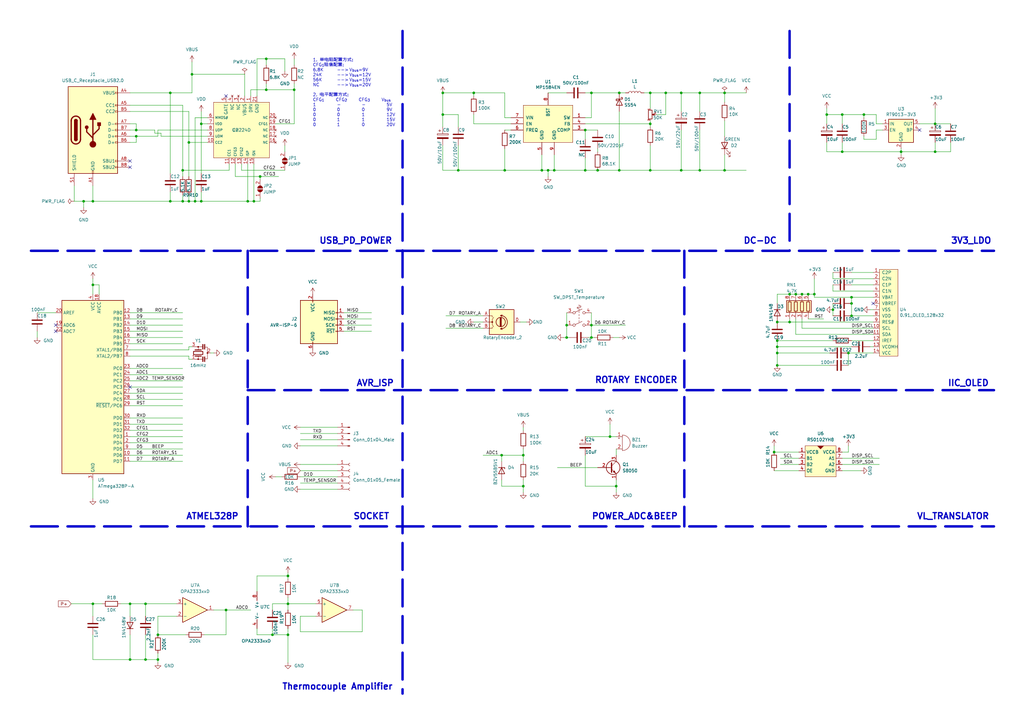
<source format=kicad_sch>
(kicad_sch (version 20211123) (generator eeschema)
  (paper "A3")
  (title_block (title "SoleringStation") (date "2022-07-11") (company "TurboStudio") (comment 1 "https://turbostudio.xyz") (comment 2 "made by cubeline"))
  (junction (at 323.85 120.65))
  (junction (at 334.01 120.65))
  (junction (at 273.05 38.1))
  (junction (at 242.57 138.43))
  (junction (at 345.44 46.99))
  (junction (at 326.39 120.65))
  (junction (at 287.02 38.1))
  (junction (at 369.57 62.23))
  (junction (at 222.25 69.85))
  (junction (at 38.1 82.55))
  (junction (at 254 38.1))
  (junction (at 53.34 247.65))
  (junction (at 297.18 38.1))
  (junction (at 349.25 129.54))
  (junction (at 34.29 82.55))
  (junction (at 240.03 69.85))
  (junction (at 64.77 260.35))
  (junction (at 53.34 270.51))
  (junction (at 354.33 46.99))
  (junction (at 109.22 24.13))
  (junction (at 74.93 69.85))
  (junction (at 118.11 236.22))
  (junction (at 55.88 53.34))
  (junction (at 77.47 58.42))
  (junction (at 318.77 132.08))
  (junction (at 80.01 82.55))
  (junction (at 318.77 139.7))
  (junction (at 331.47 120.65))
  (junction (at 279.4 38.1))
  (junction (at 227.33 69.85))
  (junction (at 181.61 38.1))
  (junction (at 194.31 38.1))
  (junction (at 266.7 38.1))
  (junction (at 224.79 69.85))
  (junction (at 252.73 199.39))
  (junction (at 242.57 133.35))
  (junction (at 69.85 82.55))
  (junction (at 214.63 199.39))
  (junction (at 297.18 69.85))
  (junction (at 77.47 82.55))
  (junction (at 181.61 46.99))
  (junction (at 82.55 50.8))
  (junction (at 232.41 133.35))
  (junction (at 214.63 186.69))
  (junction (at 118.11 260.35))
  (junction (at 74.93 82.55))
  (junction (at 109.22 36.83))
  (junction (at 318.77 144.78))
  (junction (at 250.19 179.07))
  (junction (at 55.88 55.88))
  (junction (at 232.41 138.43))
  (junction (at 242.57 38.1))
  (junction (at 318.77 142.24))
  (junction (at 106.68 72.39))
  (junction (at 111.76 260.35))
  (junction (at 59.69 247.65))
  (junction (at 287.02 69.85))
  (junction (at 118.11 247.65))
  (junction (at 349.25 121.92))
  (junction (at 69.85 38.1))
  (junction (at 38.1 116.84))
  (junction (at 92.71 250.19))
  (junction (at 240.03 53.34))
  (junction (at 78.74 30.48))
  (junction (at 120.65 36.83))
  (junction (at 383.54 50.8))
  (junction (at 328.93 120.65))
  (junction (at 339.09 46.99))
  (junction (at 64.77 270.51))
  (junction (at 279.4 69.85))
  (junction (at 38.1 247.65))
  (junction (at 104.14 82.55))
  (junction (at 205.74 186.69))
  (junction (at 345.44 62.23))
  (junction (at 383.54 62.23))
  (junction (at 323.85 132.08))
  (junction (at 187.96 69.85))
  (junction (at 82.55 82.55))
  (junction (at 266.7 69.85))
  (junction (at 318.77 149.86))
  (junction (at 59.69 270.51))
  (junction (at 341.63 127))
  (junction (at 101.6 82.55))
  (junction (at 349.25 124.46))
  (junction (at 317.5 185.42))
  (junction (at 347.98 144.78))
  (junction (at 245.11 69.85))
  (junction (at 266.7 50.8))
  (junction (at 207.01 69.85))
  (junction (at 254 69.85))
  (no_connect (at 358.14 124.46))
  (no_connect (at 53.34 158.75))
  (no_connect (at 377.19 53.34))
  (no_connect (at 53.34 66.04))
  (no_connect (at 53.34 68.58))
  (no_connect (at 22.86 133.35))
  (no_connect (at 22.86 135.89))
  (no_connect (at 92.71 39.37))
  (wire (pts (xy 297.18 38.1) (xy 306.07 38.1)))
  (wire (pts (xy 116.84 24.13) (xy 116.84 29.21)))
  (wire (pts (xy 181.61 38.1) (xy 194.31 38.1)))
  (wire (pts (xy 240.03 48.26) (xy 242.57 48.26)))
  (wire (pts (xy 123.19 252.73) (xy 129.54 252.73)))
  (wire (pts (xy 240.03 53.34) (xy 240.03 57.15)))
  (wire (pts (xy 86.36 144.78) (xy 87.63 144.78)))
  (wire (pts (xy 194.31 50.8) (xy 209.55 50.8)))
  (wire (pts (xy 354.33 46.99) (xy 359.41 46.99)))
  (wire (pts (xy 53.34 153.67) (xy 74.93 153.67)))
  (wire (pts (xy 109.22 36.83) (xy 120.65 36.83)))
  (wire (pts (xy 99.06 69.85) (xy 116.84 69.85)))
  (wire (pts (xy 53.34 163.83) (xy 74.93 163.83)))
  (wire (pts (xy 55.88 55.88) (xy 64.77 55.88)))
  (wire (pts (xy 242.57 38.1) (xy 254 38.1)))
  (wire (pts (xy 245.11 60.96) (xy 245.11 62.23)))
  (wire (pts (xy 109.22 24.13) (xy 116.84 24.13)))
  (wire (pts (xy 334.01 121.92) (xy 349.25 121.92)))
  (wire (pts (xy 233.68 138.43) (xy 232.41 138.43)))
  (wire (pts (xy 53.34 135.89) (xy 74.93 135.89)))
  (wire (pts (xy 53.34 58.42) (xy 55.88 58.42)))
  (wire (pts (xy 111.76 257.81) (xy 111.76 260.35)))
  (wire (pts (xy 328.93 120.65) (xy 331.47 120.65)))
  (wire (pts (xy 358.14 116.84) (xy 349.25 116.84)))
  (wire (pts (xy 205.74 186.69) (xy 214.63 186.69)))
  (wire (pts (xy 227.33 63.5) (xy 227.33 69.85)))
  (wire (pts (xy 377.19 50.8) (xy 383.54 50.8)))
  (wire (pts (xy 181.61 59.69) (xy 181.61 69.85)))
  (wire (pts (xy 63.5 54.61) (xy 66.04 54.61)))
  (wire (pts (xy 77.47 80.01) (xy 77.47 82.55)))
  (wire (pts (xy 345.44 190.5) (xy 360.68 190.5)))
  (wire (pts (xy 252.73 184.15) (xy 252.73 186.69)))
  (wire (pts (xy 53.34 166.37) (xy 74.93 166.37)))
  (wire (pts (xy 228.6 191.77) (xy 245.11 191.77)))
  (wire (pts (xy 38.1 196.85) (xy 38.1 204.47)))
  (polyline (pts (xy 323.85 12.7) (xy 323.85 102.87)) (stroke (width 1)))
  (wire (pts (xy 181.61 69.85) (xy 187.96 69.85)))
  (wire (pts (xy 194.31 38.1) (xy 207.01 38.1)))
  (wire (pts (xy 358.14 119.38) (xy 341.63 119.38)))
  (wire (pts (xy 345.44 62.23) (xy 369.57 62.23)))
  (wire (pts (xy 59.69 270.51) (xy 64.77 270.51)))
  (wire (pts (xy 55.88 55.88) (xy 55.88 58.42)))
  (wire (pts (xy 85.09 50.8) (xy 82.55 50.8)))
  (wire (pts (xy 29.21 247.65) (xy 38.1 247.65)))
  (wire (pts (xy 224.79 38.1) (xy 232.41 38.1)))
  (wire (pts (xy 92.71 250.19) (xy 102.87 250.19)))
  (wire (pts (xy 82.55 45.72) (xy 82.55 50.8)))
  (wire (pts (xy 341.63 129.54) (xy 341.63 127)))
  (wire (pts (xy 213.36 132.08) (xy 215.9 132.08)))
  (wire (pts (xy 53.34 184.15) (xy 74.93 184.15)))
  (wire (pts (xy 334.01 120.65) (xy 334.01 121.92)))
  (wire (pts (xy 339.09 58.42) (xy 339.09 62.23)))
  (wire (pts (xy 109.22 24.13) (xy 109.22 26.67)))
  (wire (pts (xy 187.96 59.69) (xy 187.96 69.85)))
  (wire (pts (xy 318.77 144.78) (xy 318.77 149.86)))
  (wire (pts (xy 323.85 132.08) (xy 358.14 132.08)))
  (wire (pts (xy 53.34 270.51) (xy 59.69 270.51)))
  (wire (pts (xy 104.14 67.31) (xy 104.14 82.55)))
  (wire (pts (xy 53.34 146.05) (xy 77.47 146.05)))
  (wire (pts (xy 105.41 257.81) (xy 105.41 260.35)))
  (wire (pts (xy 118.11 247.65) (xy 129.54 247.65)))
  (wire (pts (xy 297.18 41.91) (xy 297.18 38.1)))
  (wire (pts (xy 240.03 199.39) (xy 252.73 199.39)))
  (wire (pts (xy 369.57 60.96) (xy 369.57 62.23)))
  (polyline (pts (xy 280.67 102.87) (xy 280.67 215.9)) (stroke (width 1)))
  (wire (pts (xy 38.1 270.51) (xy 53.34 270.51)))
  (wire (pts (xy 207.01 38.1) (xy 207.01 48.26)))
  (wire (pts (xy 53.34 189.23) (xy 74.93 189.23)))
  (wire (pts (xy 207.01 69.85) (xy 222.25 69.85)))
  (wire (pts (xy 266.7 50.8) (xy 266.7 49.53)))
  (wire (pts (xy 111.76 247.65) (xy 118.11 247.65)))
  (polyline (pts (xy 101.6 102.87) (xy 101.6 215.9)) (stroke (width 1)))
  (wire (pts (xy 93.98 69.85) (xy 93.98 67.31)))
  (wire (pts (xy 317.5 185.42) (xy 327.66 185.42)))
  (wire (pts (xy 105.41 260.35) (xy 111.76 260.35)))
  (wire (pts (xy 266.7 59.69) (xy 266.7 69.85)))
  (wire (pts (xy 53.34 173.99) (xy 74.93 173.99)))
  (wire (pts (xy 123.19 200.66) (xy 138.43 200.66)))
  (wire (pts (xy 100.33 30.48) (xy 100.33 39.37)))
  (wire (pts (xy 102.87 36.83) (xy 109.22 36.83)))
  (wire (pts (xy 326.39 120.65) (xy 328.93 120.65)))
  (wire (pts (xy 341.63 119.38) (xy 341.63 116.84)))
  (wire (pts (xy 15.24 135.89) (xy 15.24 138.43)))
  (wire (pts (xy 242.57 138.43) (xy 241.3 138.43)))
  (wire (pts (xy 266.7 38.1) (xy 266.7 44.45)))
  (wire (pts (xy 77.47 142.24) (xy 78.74 142.24)))
  (wire (pts (xy 82.55 50.8) (xy 82.55 71.12)))
  (wire (pts (xy 63.5 53.34) (xy 63.5 54.61)))
  (wire (pts (xy 53.34 161.29) (xy 74.93 161.29)))
  (wire (pts (xy 243.84 138.43) (xy 242.57 138.43)))
  (wire (pts (xy 187.96 69.85) (xy 207.01 69.85)))
  (wire (pts (xy 345.44 193.04) (xy 353.06 193.04)))
  (wire (pts (xy 123.19 193.04) (xy 138.43 193.04)))
  (wire (pts (xy 358.14 139.7) (xy 349.25 139.7)))
  (wire (pts (xy 214.63 175.26) (xy 214.63 176.53)))
  (wire (pts (xy 339.09 62.23) (xy 345.44 62.23)))
  (wire (pts (xy 331.47 130.81) (xy 337.82 130.81)))
  (wire (pts (xy 358.14 121.92) (xy 349.25 121.92)))
  (wire (pts (xy 222.25 69.85) (xy 224.79 69.85)))
  (wire (pts (xy 66.04 55.88) (xy 85.09 55.88)))
  (wire (pts (xy 53.34 158.75) (xy 74.93 158.75)))
  (wire (pts (xy 341.63 139.7) (xy 318.77 139.7)))
  (wire (pts (xy 49.53 247.65) (xy 53.34 247.65)))
  (wire (pts (xy 214.63 184.15) (xy 214.63 186.69)))
  (wire (pts (xy 273.05 46.99) (xy 273.05 38.1)))
  (wire (pts (xy 264.16 38.1) (xy 266.7 38.1)))
  (wire (pts (xy 40.64 120.65) (xy 40.64 116.84)))
  (wire (pts (xy 359.41 46.99) (xy 359.41 50.8)))
  (wire (pts (xy 326.39 137.16) (xy 358.14 137.16)))
  (wire (pts (xy 116.84 59.69) (xy 116.84 62.23)))
  (wire (pts (xy 354.33 48.26) (xy 354.33 46.99)))
  (wire (pts (xy 53.34 140.97) (xy 74.93 140.97)))
  (wire (pts (xy 328.93 134.62) (xy 358.14 134.62)))
  (wire (pts (xy 232.41 128.27) (xy 232.41 133.35)))
  (wire (pts (xy 53.34 247.65) (xy 53.34 252.73)))
  (wire (pts (xy 55.88 55.88) (xy 53.34 55.88)))
  (wire (pts (xy 102.87 39.37) (xy 102.87 36.83)))
  (wire (pts (xy 187.96 52.07) (xy 187.96 46.99)))
  (wire (pts (xy 318.77 142.24) (xy 318.77 144.78)))
  (wire (pts (xy 358.14 111.76) (xy 349.25 111.76)))
  (wire (pts (xy 140.97 133.35) (xy 152.4 133.35)))
  (wire (pts (xy 53.34 186.69) (xy 74.93 186.69)))
  (wire (pts (xy 358.14 144.78) (xy 347.98 144.78)))
  (wire (pts (xy 53.34 130.81) (xy 74.93 130.81)))
  (wire (pts (xy 53.34 181.61) (xy 74.93 181.61)))
  (wire (pts (xy 85.09 48.26) (xy 80.01 48.26)))
  (wire (pts (xy 77.47 82.55) (xy 74.93 82.55)))
  (wire (pts (xy 144.78 250.19) (xy 148.59 250.19)))
  (wire (pts (xy 53.34 156.21) (xy 74.93 156.21)))
  (wire (pts (xy 279.4 38.1) (xy 287.02 38.1)))
  (wire (pts (xy 123.19 259.08) (xy 123.19 252.73)))
  (wire (pts (xy 53.34 138.43) (xy 74.93 138.43)))
  (wire (pts (xy 120.65 50.8) (xy 113.03 50.8)))
  (wire (pts (xy 279.4 53.34) (xy 279.4 69.85)))
  (wire (pts (xy 53.34 128.27) (xy 74.93 128.27)))
  (wire (pts (xy 224.79 72.39) (xy 224.79 69.85)))
  (wire (pts (xy 359.41 50.8) (xy 361.95 50.8)))
  (wire (pts (xy 182.88 129.54) (xy 198.12 129.54)))
  (wire (pts (xy 214.63 186.69) (xy 214.63 189.23)))
  (wire (pts (xy 76.2 260.35) (xy 64.77 260.35)))
  (wire (pts (xy 205.74 196.85) (xy 205.74 199.39)))
  (wire (pts (xy 74.93 82.55) (xy 69.85 82.55)))
  (wire (pts (xy 224.79 69.85) (xy 227.33 69.85)))
  (wire (pts (xy 240.03 179.07) (xy 250.19 179.07)))
  (wire (pts (xy 77.47 143.51) (xy 77.47 142.24)))
  (wire (pts (xy 297.18 63.5) (xy 297.18 69.85)))
  (wire (pts (xy 245.11 69.85) (xy 254 69.85)))
  (wire (pts (xy 74.93 69.85) (xy 74.93 72.39)))
  (wire (pts (xy 99.06 67.31) (xy 99.06 69.85)))
  (wire (pts (xy 64.77 260.35) (xy 64.77 252.73)))
  (wire (pts (xy 383.54 62.23) (xy 369.57 62.23)))
  (wire (pts (xy 15.24 128.27) (xy 22.86 128.27)))
  (wire (pts (xy 106.68 72.39) (xy 114.3 72.39)))
  (wire (pts (xy 64.77 270.51) (xy 64.77 271.78)))
  (wire (pts (xy 77.47 58.42) (xy 77.47 72.39)))
  (wire (pts (xy 30.48 82.55) (xy 34.29 82.55)))
  (wire (pts (xy 358.14 129.54) (xy 349.25 129.54)))
  (wire (pts (xy 318.77 132.08) (xy 323.85 132.08)))
  (wire (pts (xy 80.01 48.26) (xy 80.01 82.55)))
  (wire (pts (xy 250.19 173.99) (xy 250.19 179.07)))
  (wire (pts (xy 287.02 53.34) (xy 287.02 69.85)))
  (wire (pts (xy 194.31 46.99) (xy 194.31 50.8)))
  (wire (pts (xy 53.34 143.51) (xy 77.47 143.51)))
  (wire (pts (xy 383.54 58.42) (xy 383.54 62.23)))
  (wire (pts (xy 181.61 38.1) (xy 181.61 46.99)))
  (wire (pts (xy 279.4 69.85) (xy 287.02 69.85)))
  (wire (pts (xy 53.34 260.35) (xy 53.34 270.51)))
  (wire (pts (xy 38.1 82.55) (xy 38.1 76.2)))
  (wire (pts (xy 38.1 116.84) (xy 38.1 120.65)))
  (wire (pts (xy 358.14 114.3) (xy 341.63 114.3)))
  (wire (pts (xy 232.41 133.35) (xy 232.41 138.43)))
  (wire (pts (xy 320.04 187.96) (xy 327.66 187.96)))
  (wire (pts (xy 34.29 82.55) (xy 38.1 82.55)))
  (wire (pts (xy 318.77 120.65) (xy 318.77 124.46)))
  (wire (pts (xy 214.63 199.39) (xy 214.63 201.93)))
  (wire (pts (xy 101.6 82.55) (xy 104.14 82.55)))
  (wire (pts (xy 106.68 81.28) (xy 106.68 82.55)))
  (wire (pts (xy 361.95 53.34) (xy 359.41 53.34)))
  (polyline (pts (xy 12.7 102.87) (xy 407.67 102.87)) (stroke (width 1)))
  (wire (pts (xy 181.61 52.07) (xy 181.61 46.99)))
  (wire (pts (xy 341.63 114.3) (xy 341.63 111.76)))
  (wire (pts (xy 55.88 50.8) (xy 55.88 53.34)))
  (wire (pts (xy 254 138.43) (xy 251.46 138.43)))
  (wire (pts (xy 340.36 144.78) (xy 318.77 144.78)))
  (wire (pts (xy 69.85 78.74) (xy 69.85 82.55)))
  (wire (pts (xy 78.74 25.4) (xy 78.74 30.48)))
  (wire (pts (xy 317.5 193.04) (xy 327.66 193.04)))
  (wire (pts (xy 82.55 82.55) (xy 80.01 82.55)))
  (wire (pts (xy 53.34 53.34) (xy 55.88 53.34)))
  (wire (pts (xy 323.85 130.81) (xy 323.85 132.08)))
  (wire (pts (xy 389.89 62.23) (xy 389.89 58.42)))
  (wire (pts (xy 194.31 39.37) (xy 194.31 38.1)))
  (wire (pts (xy 38.1 114.3) (xy 38.1 116.84)))
  (wire (pts (xy 222.25 63.5) (xy 222.25 69.85)))
  (wire (pts (xy 53.34 43.18) (xy 74.93 43.18)))
  (wire (pts (xy 80.01 82.55) (xy 77.47 82.55)))
  (wire (pts (xy 242.57 133.35) (xy 256.54 133.35)))
  (wire (pts (xy 318.77 120.65) (xy 323.85 120.65)))
  (wire (pts (xy 74.93 69.85) (xy 93.98 69.85)))
  (wire (pts (xy 123.19 180.34) (xy 138.43 180.34)))
  (wire (pts (xy 252.73 199.39) (xy 252.73 196.85)))
  (wire (pts (xy 120.65 34.29) (xy 120.65 36.83)))
  (wire (pts (xy 340.36 149.86) (xy 318.77 149.86)))
  (wire (pts (xy 111.76 250.19) (xy 111.76 247.65)))
  (wire (pts (xy 59.69 247.65) (xy 59.69 252.73)))
  (wire (pts (xy 359.41 57.15) (xy 354.33 57.15)))
  (wire (pts (xy 254 38.1) (xy 256.54 38.1)))
  (wire (pts (xy 240.03 186.69) (xy 240.03 199.39)))
  (wire (pts (xy 339.09 46.99) (xy 345.44 46.99)))
  (wire (pts (xy 269.24 46.99) (xy 273.05 46.99)))
  (wire (pts (xy 207.01 48.26) (xy 209.55 48.26)))
  (wire (pts (xy 323.85 120.65) (xy 326.39 120.65)))
  (wire (pts (xy 349.25 124.46) (xy 349.25 121.92)))
  (wire (pts (xy 78.74 38.1) (xy 78.74 30.48)))
  (polyline (pts (xy 165.1 12.7) (xy 165.1 284.48)) (stroke (width 1)))
  (wire (pts (xy 77.47 146.05) (xy 77.47 147.32)))
  (wire (pts (xy 339.09 44.45) (xy 339.09 46.99)))
  (wire (pts (xy 345.44 187.96) (xy 360.68 187.96)))
  (wire (pts (xy 87.63 250.19) (xy 92.71 250.19)))
  (wire (pts (xy 369.57 62.23) (xy 369.57 63.5)))
  (wire (pts (xy 38.1 260.35) (xy 38.1 270.51)))
  (wire (pts (xy 383.54 50.8) (xy 389.89 50.8)))
  (wire (pts (xy 111.76 260.35) (xy 118.11 260.35)))
  (wire (pts (xy 326.39 130.81) (xy 326.39 137.16)))
  (wire (pts (xy 53.34 133.35) (xy 74.93 133.35)))
  (wire (pts (xy 69.85 82.55) (xy 38.1 82.55)))
  (wire (pts (xy 64.77 55.88) (xy 64.77 53.34)))
  (wire (pts (xy 53.34 151.13) (xy 74.93 151.13)))
  (wire (pts (xy 30.48 76.2) (xy 30.48 82.55)))
  (wire (pts (xy 345.44 50.8) (xy 345.44 46.99)))
  (wire (pts (xy 78.74 30.48) (xy 100.33 30.48)))
  (wire (pts (xy 317.5 182.88) (xy 317.5 185.42)))
  (wire (pts (xy 64.77 267.97) (xy 64.77 270.51)))
  (wire (pts (xy 74.93 80.01) (xy 74.93 82.55)))
  (wire (pts (xy 53.34 179.07) (xy 74.93 179.07)))
  (wire (pts (xy 118.11 260.35) (xy 118.11 257.81)))
  (wire (pts (xy 53.34 171.45) (xy 74.93 171.45)))
  (wire (pts (xy 207.01 60.96) (xy 207.01 69.85)))
  (wire (pts (xy 383.54 50.8) (xy 383.54 44.45)))
  (wire (pts (xy 254 69.85) (xy 266.7 69.85)))
  (wire (pts (xy 287.02 38.1) (xy 287.02 45.72)))
  (wire (pts (xy 358.14 142.24) (xy 356.87 142.24)))
  (wire (pts (xy 92.71 260.35) (xy 92.71 250.19)))
  (wire (pts (xy 214.63 199.39) (xy 214.63 196.85)))
  (wire (pts (xy 64.77 53.34) (xy 85.09 53.34)))
  (wire (pts (xy 240.03 64.77) (xy 240.03 69.85)))
  (wire (pts (xy 250.19 179.07) (xy 252.73 179.07)))
  (wire (pts (xy 254 45.72) (xy 254 69.85)))
  (wire (pts (xy 182.88 134.62) (xy 198.12 134.62)))
  (polyline (pts (xy 101.6 160.02) (xy 407.67 160.02)) (stroke (width 1)))
  (wire (pts (xy 120.65 24.13) (xy 120.65 26.67)))
  (wire (pts (xy 242.57 48.26) (xy 242.57 38.1)))
  (wire (pts (xy 341.63 127) (xy 341.63 124.46)))
  (wire (pts (xy 113.03 195.58) (xy 115.57 195.58)))
  (wire (pts (xy 207.01 53.34) (xy 209.55 53.34)))
  (wire (pts (xy 240.03 50.8) (xy 266.7 50.8)))
  (polyline (pts (xy 12.7 215.9) (xy 407.67 215.9)) (stroke (width 1)))
  (wire (pts (xy 53.34 38.1) (xy 69.85 38.1)))
  (wire (pts (xy 118.11 236.22) (xy 118.11 237.49)))
  (wire (pts (xy 240.03 38.1) (xy 242.57 38.1)))
  (wire (pts (xy 59.69 247.65) (xy 72.39 247.65)))
  (wire (pts (xy 240.03 53.34) (xy 245.11 53.34)))
  (wire (pts (xy 38.1 247.65) (xy 41.91 247.65)))
  (wire (pts (xy 38.1 247.65) (xy 38.1 252.73)))
  (wire (pts (xy 118.11 245.11) (xy 118.11 247.65)))
  (wire (pts (xy 123.19 190.5) (xy 138.43 190.5)))
  (wire (pts (xy 123.19 175.26) (xy 138.43 175.26)))
  (wire (pts (xy 181.61 46.99) (xy 187.96 46.99)))
  (wire (pts (xy 345.44 58.42) (xy 345.44 62.23)))
  (wire (pts (xy 105.41 24.13) (xy 109.22 24.13)))
  (wire (pts (xy 331.47 120.65) (xy 334.01 120.65)))
  (wire (pts (xy 242.57 128.27) (xy 242.57 133.35)))
  (wire (pts (xy 339.09 50.8) (xy 339.09 46.99)))
  (wire (pts (xy 148.59 259.08) (xy 123.19 259.08)))
  (wire (pts (xy 82.55 78.74) (xy 82.55 82.55)))
  (wire (pts (xy 109.22 34.29) (xy 109.22 36.83)))
  (wire (pts (xy 347.98 149.86) (xy 347.98 144.78)))
  (wire (pts (xy 205.74 189.23) (xy 205.74 186.69)))
  (wire (pts (xy 123.19 195.58) (xy 138.43 195.58)))
  (wire (pts (xy 123.19 182.88) (xy 138.43 182.88)))
  (wire (pts (xy 140.97 128.27) (xy 152.4 128.27)))
  (wire (pts (xy 105.41 39.37) (xy 105.41 24.13)))
  (wire (pts (xy 328.93 130.81) (xy 328.93 134.62)))
  (wire (pts (xy 287.02 38.1) (xy 297.18 38.1)))
  (wire (pts (xy 53.34 247.65) (xy 59.69 247.65)))
  (wire (pts (xy 297.18 69.85) (xy 306.07 69.85)))
  (wire (pts (xy 101.6 67.31) (xy 101.6 82.55)))
  (wire (pts (xy 34.29 82.55) (xy 34.29 85.09)))
  (wire (pts (xy 227.33 69.85) (xy 240.03 69.85)))
  (wire (pts (xy 349.25 129.54) (xy 349.25 124.46)))
  (wire (pts (xy 358.14 127) (xy 356.87 127)))
  (wire (pts (xy 55.88 53.34) (xy 63.5 53.34)))
  (wire (pts (xy 53.34 176.53) (xy 74.93 176.53)))
  (wire (pts (xy 106.68 82.55) (xy 104.14 82.55)))
  (wire (pts (xy 105.41 242.57) (xy 105.41 236.22)))
  (wire (pts (xy 240.03 69.85) (xy 245.11 69.85)))
  (wire (pts (xy 273.05 38.1) (xy 279.4 38.1)))
  (wire (pts (xy 77.47 147.32) (xy 78.74 147.32)))
  (wire (pts (xy 359.41 53.34) (xy 359.41 57.15)))
  (wire (pts (xy 266.7 38.1) (xy 273.05 38.1)))
  (wire (pts (xy 318.77 139.7) (xy 318.77 142.24)))
  (wire (pts (xy 297.18 49.53) (xy 297.18 55.88)))
  (wire (pts (xy 105.41 236.22) (xy 118.11 236.22)))
  (wire (pts (xy 334.01 120.65) (xy 334.01 114.3)))
  (wire (pts (xy 347.98 185.42) (xy 347.98 182.88)))
  (wire (pts (xy 140.97 130.81) (xy 152.4 130.81)))
  (wire (pts (xy 140.97 135.89) (xy 152.4 135.89)))
  (wire (pts (xy 96.52 67.31) (xy 96.52 72.39)))
  (wire (pts (xy 83.82 260.35) (xy 92.71 260.35)))
  (wire (pts (xy 320.04 190.5) (xy 327.66 190.5)))
  (wire (pts (xy 354.33 57.15) (xy 354.33 55.88)))
  (wire (pts (xy 59.69 260.35) (xy 59.69 270.51)))
  (wire (pts (xy 252.73 201.93) (xy 252.73 199.39)))
  (wire (pts (xy 118.11 247.65) (xy 118.11 250.19)))
  (wire (pts (xy 279.4 38.1) (xy 279.4 45.72)))
  (wire (pts (xy 53.34 45.72) (xy 77.47 45.72)))
  (wire (pts (xy 66.04 54.61) (xy 66.04 55.88)))
  (wire (pts (xy 383.54 62.23) (xy 389.89 62.23)))
  (wire (pts (xy 232.41 138.43) (xy 231.14 138.43)))
  (wire (pts (xy 242.57 133.35) (xy 242.57 138.43)))
  (wire (pts (xy 69.85 38.1) (xy 69.85 71.12)))
  (wire (pts (xy 349.25 142.24) (xy 318.77 142.24)))
  (wire (pts (xy 96.52 72.39) (xy 106.68 72.39)))
  (wire (pts (xy 77.47 58.42) (xy 85.09 58.42)))
  (wire (pts (xy 106.68 72.39) (xy 106.68 73.66)))
  (wire (pts (xy 123.19 177.8) (xy 138.43 177.8)))
  (wire (pts (xy 194.31 132.08) (xy 198.12 132.08)))
  (wire (pts (xy 345.44 185.42) (xy 347.98 185.42)))
  (wire (pts (xy 205.74 199.39) (xy 214.63 199.39)))
  (wire (pts (xy 64.77 252.73) (xy 72.39 252.73)))
  (wire (pts (xy 74.93 43.18) (xy 74.93 69.85)))
  (wire (pts (xy 120.65 36.83) (xy 120.65 50.8)))
  (wire (pts (xy 123.19 198.12) (xy 138.43 198.12)))
  (wire (pts (xy 148.59 250.19) (xy 148.59 259.08)))
  (wire (pts (xy 287.02 69.85) (xy 297.18 69.85)))
  (wire (pts (xy 266.7 69.85) (xy 279.4 69.85)))
  (wire (pts (xy 266.7 52.07) (xy 266.7 50.8)))
  (wire (pts (xy 101.6 82.55) (xy 82.55 82.55)))
  (wire (pts (xy 345.44 46.99) (xy 354.33 46.99)))
  (wire (pts (xy 40.64 116.84) (xy 38.1 116.84)))
  (wire (pts (xy 69.85 38.1) (xy 78.74 38.1)))
  (wire (pts (xy 118.11 234.95) (xy 118.11 236.22)))
  (wire (pts (xy 77.47 45.72) (xy 77.47 58.42)))
  (wire (pts (xy 118.11 271.78) (xy 118.11 260.35)))
  (wire (pts (xy 198.12 186.69) (xy 205.74 186.69)))
  (wire (pts (xy 53.34 50.8) (xy 55.88 50.8)))
  (text "1. 单电阻配置方式:\nCFG_{1}阻值配置:\n6.8K	-->	V_{bus}=9V\n24K		-->	V_{bus}=12V\n56K		-->	V_{bus}=15V\nNC		-->	V_{bus}=20V\n\n2. 电平配置方式:\nCFG_{1}	CFG_{2}	CFG_{3}	V_{bus}\n1		-		-		5V\n0		0		0		9V\n0		0		1		12V\n0		1		1		15V\n0		1		0		20V\n" (at 128.27 52.07 0) (effects (font (size 1.27 1.27)) (justify left bottom)))
  (text "USB_PD_POWER" (at 130.81 100.33 0) (effects (font (size 2.54 2.54) (thickness 0.508) bold) (justify left bottom)))
  (text "POWER_ADC&BEEP" (at 242.57 213.36 0) (effects (font (size 2.54 2.54) (thickness 0.508) bold) (justify left bottom)))
  (text "AVR_ISP" (at 146.05 158.75 0) (effects (font (size 2.54 2.54) (thickness 0.508) bold) (justify left bottom)))
  (text "ATMEL328P" (at 76.2 213.36 0) (effects (font (size 2.54 2.54) (thickness 0.508) bold) (justify left bottom)))
  (text "VL_TRANSLATOR" (at 375.92 213.36 0) (effects (font (size 2.54 2.54) (thickness 0.508) bold) (justify left bottom)))
  (text "Thermocouple Amplifier" (at 115.57 283.21 0) (effects (font (size 2.54 2.54) (thickness 0.508) bold) (justify left bottom)))
  (text "ROTARY ENCODER" (at 243.84 157.48 0) (effects (font (size 2.54 2.54) (thickness 0.508) bold) (justify left bottom)))
  (text "DC-DC" (at 304.8 100.33 0) (effects (font (size 2.54 2.54) (thickness 0.508) bold) (justify left bottom)))
  (text "IIC_OLED" (at 388.62 158.75 0) (effects (font (size 2.54 2.54) (thickness 0.508) bold) (justify left bottom)))
  (text "3V3_LDO" (at 389.89 100.33 0) (effects (font (size 2.54 2.54) (thickness 0.508) bold) (justify left bottom)))
  (text "SOCKET" (at 144.78 213.36 0) (effects (font (size 2.54 2.54) (thickness 0.508) bold) (justify left bottom)))
  (label "ADC1" (at 199.39 186.69 0))
  (label "SCK" (at 55.88 140.97 0))
  (label "D6" (at 243.84 133.35 0))
  (label "DISP_SCL" (at 349.25 187.96 0))
  (label "D7" (at 184.15 129.54 0))
  (label "D6" (at 55.88 186.69 0))
  (label "ADC2" (at 55.88 156.21 0))
  (label "CFG2" (at 107.95 69.85 0))
  (label "TEMP_SENSOR" (at 62.23 156.21 0))
  (label "RST" (at 55.88 166.37 0))
  (label "TXD" (at 55.88 173.99 0))
  (label "RST" (at 142.24 135.89 0))
  (label "CFG3" (at 107.95 72.39 0))
  (label "MOSI" (at 55.88 135.89 0))
  (label "CFG1" (at 55.88 176.53 0))
  (label "ADC1" (at 55.88 153.67 0))
  (label "DISP_SCL" (at 349.25 134.62 0))
  (label "CFG3" (at 55.88 181.61 0))
  (label "SDA" (at 321.31 190.5 0))
  (label "TXD" (at 128.27 177.8 0))
  (label "SDA" (at 55.88 161.29 0))
  (label "SCL" (at 321.31 187.96 0))
  (label "DISP_SDA" (at 349.25 190.5 0))
  (label "D8" (at 55.88 128.27 0))
  (label "CFG2" (at 55.88 179.07 0))
  (label "RXD" (at 55.88 171.45 0))
  (label "D10" (at 55.88 133.35 0))
  (label "ADC0" (at 96.729 250.19 0))
  (label "ROTARY_C" (at 63.5 128.27 0))
  (label "CFG1" (at 114.3 50.8 0))
  (label "ROTARY_C" (at 256.54 133.35 180))
  (label "BEEP" (at 233.68 191.77 0))
  (label "SCL" (at 55.88 163.83 0))
  (label "DISP_SDA" (at 349.25 137.16 0))
  (label "ROTARY_S1" (at 62.23 186.69 0))
  (label "MISO" (at 55.88 138.43 0))
  (label "ROTARY_A" (at 187.96 129.54 0))
  (label "MOSI" (at 142.24 130.81 0))
  (label "RXD" (at 128.27 180.34 0))
  (label "ROTARY_C" (at 187.96 134.62 0))
  (label "BEEP" (at 62.23 184.15 0))
  (label "D10" (at 124.46 195.58 0))
  (label "ROTARY_A" (at 62.23 189.23 0))
  (label "SCK" (at 142.24 133.35 0))
  (label "D9" (at 55.88 130.81 0))
  (label "D7" (at 55.88 189.23 0))
  (label "RST" (at 334.01 130.81 0))
  (label "D8" (at 184.15 134.62 0))
  (label "ADC0" (at 55.88 151.13 0))
  (label "TEMP_SENSOR" (at 124.46 198.12 0))
  (label "MISO" (at 142.24 128.27 0))
  (label "D5" (at 55.88 184.15 0))
  (global_label "P+" (shape input) (at 123.19 193.04 180) (property "Intersheet References" "${INTERSHEET_REFS}" (effects hide)))
  (global_label "P+" (shape input) (at 29.21 247.65 180) (property "Intersheet References" "${INTERSHEET_REFS}" (effects hide)))
  (symbol (lib_id "Device:R") (at 118.11 241.3 180) (unit 1)
    (property "Reference" "R17" (at 115.57 241.3 90))
    (property "Value" "10K" (at 120.65 241.3 90))
    (property "Footprint" "Resistor_SMD:R_0402_1005Metric" (effects hide))
  )
  (symbol (lib_id "Device:C") (at 318.77 135.89 180) (unit 1)
    (property "Reference" "C19" (at 321.31 138.43 0) (effects (justify left)))
    (property "Value" "4.7uF" (at 314.96 133.35 90) (effects (justify left)))
    (property "Footprint" "Capacitor_SMD:C_0603_1608Metric" (effects hide))
  )
  (symbol (lib_id "Device:R") (at 118.11 254 180) (unit 1)
    (property "Reference" "R19" (at 115.57 254 90))
    (property "Value" "10K" (at 120.65 254 90))
    (property "Footprint" "Resistor_SMD:R_0402_1005Metric" (effects hide))
  )
  (symbol (lib_id "Amplifier_Operational:OPA2333xxD") (at 137.16 250.19 0) (unit 2)
    (property "Reference" "U7" (at 137.16 240.03 0))
    (property "Value" "OPA2333xxD" (at 137.16 242.57 0))
    (property "Footprint" "Package_SO:SOIC-8_3.9x4.9mm_P1.27mm" (effects hide))
    (property "Datasheet" "http://www.ti.com/lit/ds/symlink/opa333.pdf" (effects hide))
  )
  (symbol (lib_id "power:GND") (at 123.19 200.66 270) (unit 1)
    (property "Reference" "#PWR035" (effects hide))
    (property "Value" "GND" (at 120.65 200.66 90) (effects (justify right)))
  )
  (symbol (lib_id "power:PWR_FLAG") (at 100.33 30.48 0) (unit 1)
    (property "Reference" "#FLG01" (effects hide))
    (property "Value" "PWR_FLAG" (at 100.33 25.4 0))
  )
  (symbol (lib_id "Device:R") (at 297.18 45.72 0) (unit 1)
    (property "Reference" "R4" (at 298.958 44.5516 0) (effects (justify left)))
    (property "Value" "10K" (at 298.958 46.863 0) (effects (justify left)))
    (property "Footprint" "Resistor_SMD:R_0402_1005Metric" (effects hide))
  )
  (symbol (lib_id "Device:C") (at 59.69 256.54 0) (unit 1)
    (property "Reference" "C27" (at 59.69 254 0) (effects (justify left)))
    (property "Value" "2.2nF" (at 60.96 262.89 90) (effects (justify left)))
    (property "Footprint" "Capacitor_SMD:C_0603_1608Metric" (effects hide))
  )
  (symbol (lib_id "Diode:BZV55B5V1") (at 205.74 193.04 270) (unit 1)
    (property "Reference" "D4" (at 208.28 191.7699 90) (effects (justify left)))
    (property "Value" "BZV55B5V1" (at 203.2 187.96 0) (effects (justify left)))
    (property "Footprint" "Diode_SMD:D_MiniMELF" (effects hide))
    (property "Datasheet" "https://assets.nexperia.com/documents/data-sheet/BZV55_SER.pdf" (effects hide))
  )
  (symbol (lib_id "Device:R") (at 80.01 260.35 90) (unit 1)
    (property "Reference" "R20" (at 80.01 257.81 90))
    (property "Value" "200k" (at 80.01 262.89 90))
    (property "Footprint" "Resistor_SMD:R_0402_1005Metric" (effects hide))
  )
  (symbol (lib_id "Device:C") (at 344.17 144.78 270) (unit 1)
    (property "Reference" "C22" (at 345.44 143.51 90) (effects (justify left)))
    (property "Value" "4.7uF" (at 337.82 143.51 90) (effects (justify left)))
    (property "Footprint" "Capacitor_SMD:C_0603_1608Metric" (effects hide))
  )
  (symbol (lib_id "power:VBUS") (at 78.74 25.4 0) (unit 1)
    (property "Reference" "#PWR02" (effects hide))
    (property "Value" "VBUS" (at 78.74 20.32 0))
  )
  (symbol (lib_id "power:GND") (at 38.1 204.47 0) (unit 1)
    (property "Reference" "#PWR038" (effects hide))
    (property "Value" "GND" (at 40.64 205.7399 0) (effects (justify left)))
  )
  (symbol (lib_id "Device:C") (at 345.44 54.61 0) (unit 1)
    (property "Reference" "C5" (at 345.44 52.07 0) (effects (justify left)))
    (property "Value" "100nF" (at 345.44 57.15 0) (effects (justify left)))
    (property "Footprint" "Capacitor_SMD:C_0603_1608Metric" (effects hide))
  )
  (symbol (lib_id "Device:R") (at 77.47 76.2 0) (unit 1)
    (property "Reference" "R10" (at 77.47 80.01 0) (effects (justify left)))
    (property "Value" "5.1K" (at 77.47 78.74 90) (effects (justify left)))
    (property "Footprint" "Resistor_SMD:R_0402_1005Metric" (effects hide))
  )
  (symbol (lib_id "My_Library:CH224D") (at 99.06 53.34 270) (unit 1)
    (property "Reference" "U2" (at 96.52 53.34 90))
    (property "Value" "CH224D" (at 99.06 53.34 90))
    (property "Footprint" "Package_DFN_QFN:QFN-20-1EP_3x3mm_P0.4mm_EP1.65x1.65mm_ThermalVias" (effects hide))
    (property "Datasheet" "https://www.wch.cn/products/CH224.html" (effects hide))
  )
  (symbol (lib_id "Device:R") (at 45.72 247.65 90) (unit 1)
    (property "Reference" "R18" (at 45.72 245.11 90))
    (property "Value" "10K" (at 45.72 250.19 90))
    (property "Footprint" "Resistor_SMD:R_0402_1005Metric" (effects hide))
  )
  (symbol (lib_id "Device:C") (at 287.02 49.53 0) (unit 1)
    (property "Reference" "C3" (at 287.02 46.99 0) (effects (justify left)))
    (property "Value" "50V/100nF" (at 285.75 62.23 90) (effects (justify left)))
    (property "Footprint" "Capacitor_SMD:C_0603_1608Metric" (effects hide))
  )
  (symbol (lib_id "power:VCC") (at 118.11 234.95 0) (unit 1)
    (property "Reference" "#PWR039" (effects hide))
    (property "Value" "VCC" (at 118.11 229.87 0))
  )
  (symbol (lib_id "My_Library:MP1584EN") (at 224.79 50.8 0) (unit 1)
    (property "Reference" "U1" (at 224.79 33.5026 0))
    (property "Value" "MP1584EN" (at 224.79 35.814 0))
    (property "Footprint" "Package_SO:SOIC-8-1EP_3.9x4.9mm_P1.27mm_EP2.29x3mm_ThermalVias" (effects hide))
  )
  (symbol (lib_id "power:GND") (at 356.87 127 270) (unit 1)
    (property "Reference" "#PWR017" (effects hide))
    (property "Value" "GND" (at 354.33 127 90) (effects (justify right)))
  )
  (symbol (lib_id "Art_Pi_Sensor-rescue:0.91_OLED_128x48") (at 360.68 124.46 0) (unit 1)
    (property "Reference" "U4" (at 369.0112 126.9746 0) (effects (justify left)))
    (property "Value" "0.91_OLED_128x32" (at 369.0112 129.286 0) (effects (justify left)))
    (property "Footprint" "My_Library:OLED_128x32" (effects hide))
  )
  (symbol (lib_id "Device:C") (at 236.22 38.1 270) (unit 1)
    (property "Reference" "C1" (at 236.22 31.6992 90))
    (property "Value" "50V/100nF" (at 236.22 34.0106 90))
    (property "Footprint" "Capacitor_SMD:C_0603_1608Metric" (effects hide))
  )
  (symbol (lib_id "Device:R") (at 245.11 66.04 0) (unit 1)
    (property "Reference" "R8" (at 246.888 64.8716 0) (effects (justify left)))
    (property "Value" "68.1K" (at 246.888 67.183 0) (effects (justify left)))
    (property "Footprint" "Resistor_SMD:R_0402_1005Metric" (effects hide))
  )
  (symbol (lib_id "power:VCC") (at 317.5 182.88 0) (unit 1)
    (property "Reference" "#PWR030" (effects hide))
    (property "Value" "VCC" (at 317.5 177.8 0))
  )
  (symbol (lib_id "power:GND") (at 116.84 29.21 0) (unit 1)
    (property "Reference" "#PWR03" (effects hide))
    (property "Value" "GND" (at 116.84 34.29 0))
  )
  (symbol (lib_id "power:PWR_FLAG") (at 30.48 82.55 90) (unit 1)
    (property "Reference" "#FLG03" (effects hide))
    (property "Value" "PWR_FLAG" (at 26.67 82.5499 90) (effects (justify left)))
  )
  (symbol (lib_id "Amplifier_Operational:OPA2333xxD") (at 80.01 250.19 0) (unit 1)
    (property "Reference" "U7" (at 80.01 240.03 0))
    (property "Value" "OPA2333xxD" (at 80.01 242.57 0))
    (property "Footprint" "Package_SO:SOIC-8_3.9x4.9mm_P1.27mm" (effects hide))
    (property "Datasheet" "http://www.ti.com/lit/ds/symlink/opa333.pdf" (effects hide))
  )
  (symbol (lib_id "Device:R") (at 214.63 193.04 0) (unit 1)
    (property "Reference" "R15" (at 217.17 191.7699 0) (effects (justify left)))
    (property "Value" "20K" (at 217.17 194.3099 0) (effects (justify left)))
    (property "Footprint" "Resistor_SMD:R_0402_1005Metric" (effects hide))
  )
  (symbol (lib_id "Device:C") (at 111.76 254 0) (unit 1)
    (property "Reference" "C25" (at 111.76 251.46 0) (effects (justify left)))
    (property "Value" "100nF" (at 113.03 260.35 90) (effects (justify left)))
    (property "Footprint" "Capacitor_SMD:C_0603_1608Metric" (effects hide))
  )
  (symbol (lib_id "Device:C") (at 240.03 60.96 0) (mirror y) (unit 1)
    (property "Reference" "C11" (at 240.03 58.42 0) (effects (justify left)))
    (property "Value" "NC" (at 240.03 63.5 0) (effects (justify left)))
    (property "Footprint" "Capacitor_SMD:C_0402_1005Metric" (effects hide))
  )
  (symbol (lib_id "power:GND") (at 215.9 132.08 90) (unit 1)
    (property "Reference" "#PWR019" (effects hide))
    (property "Value" "GND" (at 218.44 132.08 90) (effects (justify right)))
  )
  (symbol (lib_id "Device:R") (at 109.22 30.48 0) (unit 1)
    (property "Reference" "R1" (at 110.49 29.21 0) (effects (justify left)))
    (property "Value" "6.8K" (at 110.49 31.75 0) (effects (justify left)))
    (property "Footprint" "Resistor_SMD:R_0402_1005Metric" (effects hide))
  )
  (symbol (lib_id "Device:C") (at 345.44 116.84 270) (unit 1)
    (property "Reference" "C15" (at 341.63 115.57 90) (effects (justify left)))
    (property "Value" "1uF" (at 346.71 115.57 90) (effects (justify left)))
    (property "Footprint" "Capacitor_SMD:C_0603_1608Metric" (effects hide))
  )
  (symbol (lib_id "power:VDD") (at 116.84 59.69 0) (unit 1)
    (property "Reference" "#PWR09" (effects hide))
    (property "Value" "VDD" (at 116.84 54.61 0))
  )
  (symbol (lib_id "power:GND") (at 87.63 144.78 90) (unit 1)
    (property "Reference" "#PWR024" (effects hide))
    (property "Value" "GND" (at 91.44 144.7799 90) (effects (justify right)))
  )
  (symbol (lib_id "Amplifier_Operational:OPA2333xxD") (at 107.95 250.19 0) (unit 3)
    (property "Reference" "U7" (at 106.68 248.9199 0) (effects (justify left)))
    (property "Value" "OPA2333xxD" (at 99.06 262.89 0) (effects (justify left)))
    (property "Footprint" "Package_SO:SOIC-8_3.9x4.9mm_P1.27mm" (effects hide))
    (property "Datasheet" "http://www.ti.com/lit/ds/symlink/opa333.pdf" (effects hide))
  )
  (symbol (lib_id "Device:CP") (at 181.61 55.88 0) (unit 1)
    (property "Reference" "C8" (at 181.61 53.34 0) (effects (justify left)))
    (property "Value" "50V/10uF" (at 180.34 67.31 90) (effects (justify left)))
    (property "Footprint" "Capacitor_SMD:CP_Elec_5x5.7" (effects hide))
  )
  (symbol (lib_id "Jumper:SolderJumper_2_Open") (at 106.68 77.47 90) (unit 1)
    (property "Reference" "JP2" (at 107.95 76.2 90) (effects (justify right)))
    (property "Value" "JUMP" (at 107.95 78.74 90) (effects (justify right)))
    (property "Footprint" "Jumper:SolderJumper-2_P1.3mm_Open_TrianglePad1.0x1.5mm" (effects hide))
  )
  (symbol (lib_id "Device:C") (at 69.85 74.93 0) (unit 1)
    (property "Reference" "C12" (at 69.85 72.39 0) (effects (justify left)))
    (property "Value" "1uF" (at 69.85 77.47 0) (effects (justify left)))
    (property "Footprint" "Capacitor_SMD:C_0603_1608Metric" (effects hide))
  )
  (symbol (lib_id "Device:R") (at 74.93 76.2 0) (unit 1)
    (property "Reference" "R9" (at 74.93 80.01 0) (effects (justify left)))
    (property "Value" "5.1K" (at 74.93 78.74 90) (effects (justify left)))
    (property "Footprint" "Resistor_SMD:R_0402_1005Metric" (effects hide))
  )
  (symbol (lib_id "Device:C") (at 38.1 256.54 0) (unit 1)
    (property "Reference" "C26" (at 39.37 254 0) (effects (justify left)))
    (property "Value" "1uF" (at 39.37 261.62 90) (effects (justify left)))
    (property "Footprint" "Capacitor_SMD:C_0603_1608Metric" (effects hide))
  )
  (symbol (lib_id "power:VCC") (at 250.19 173.99 0) (unit 1)
    (property "Reference" "#PWR026" (effects hide))
    (property "Value" "VCC" (at 250.19 168.91 0))
  )
  (symbol (lib_id "power:VCC") (at 38.1 114.3 0) (unit 1)
    (property "Reference" "#PWR013" (effects hide))
    (property "Value" "VCC" (at 38.1 109.22 0))
  )
  (symbol (lib_id "power:GND") (at 194.31 132.08 270) (unit 1)
    (property "Reference" "#PWR018" (effects hide))
    (property "Value" "GND" (at 186.69 132.08 90) (effects (justify left)))
  )
  (symbol (lib_id "My_Library:RS0102YH8") (at 336.55 189.23 0) (unit 1)
    (property "Reference" "U6" (at 336.55 177.8 0))
    (property "Value" "RS0102YH8" (at 336.55 180.34 0))
    (property "Footprint" "Package_SO:VSSOP-8_2.3x2mm_P0.5mm" (effects hide))
    (property "Datasheet" "https://atta.szlcsc.com/upload/public/pdf/source/20200914/C783414_6557205211B20B027C7967DA27FC02D7.pdf" (effects hide))
  )
  (symbol (lib_id "Device:CP") (at 383.54 54.61 0) (unit 1)
    (property "Reference" "C6" (at 383.54 52.07 0) (effects (justify left)))
    (property "Value" "10uF" (at 383.54 57.15 0) (effects (justify left)))
    (property "Footprint" "Capacitor_SMD:C_1206_3216Metric" (effects hide))
  )
  (symbol (lib_id "power:GND") (at 214.63 201.93 0) (unit 1)
    (property "Reference" "#PWR036" (effects hide))
    (property "Value" "GND" (at 217.17 203.1999 0) (effects (justify left)))
  )
  (symbol (lib_id "Device:CP") (at 339.09 54.61 0) (unit 1)
    (property "Reference" "C4" (at 339.09 52.07 0) (effects (justify left)))
    (property "Value" "10uF" (at 339.09 57.15 0) (effects (justify left)))
    (property "Footprint" "Capacitor_SMD:C_1206_3216Metric" (effects hide))
  )
  (symbol (lib_id "power:GND") (at 128.27 143.51 0) (unit 1)
    (property "Reference" "#PWR023" (effects hide))
    (property "Value" "GND" (at 130.81 144.7799 0) (effects (justify left)))
  )
  (symbol (lib_id "Device:D") (at 318.77 128.27 270) (unit 1)
    (property "Reference" "D3" (at 318.77 125.73 90) (effects (justify left)))
    (property "Value" "1N4148" (at 316.23 124.46 0) (effects (justify left)))
    (property "Footprint" "Diode_SMD:D_SOD-123" (effects hide))
  )
  (symbol (lib_id "Device:C") (at 345.44 129.54 270) (unit 1)
    (property "Reference" "C17" (at 341.63 130.81 90) (effects (justify left)))
    (property "Value" "100nF" (at 346.71 130.81 90) (effects (justify left)))
    (property "Footprint" "Capacitor_SMD:C_0603_1608Metric" (effects hide))
  )
  (symbol (lib_id "Device:R_Pack04") (at 328.93 125.73 0) (unit 1)
    (property "Reference" "RN1" (at 322.58 116.84 0) (effects (justify left)))
    (property "Value" "4.7K" (at 322.58 119.38 0) (effects (justify left)))
    (property "Footprint" "Resistor_SMD:R_Array_Concave_4x0402" (effects hide))
  )
  (symbol (lib_id "power:GND") (at 369.57 63.5 0) (unit 1)
    (property "Reference" "#PWR010" (effects hide))
    (property "Value" "GND" (at 369.697 67.8942 0))
  )
  (symbol (lib_id "Device:C") (at 15.24 132.08 0) (unit 1)
    (property "Reference" "C18" (at 15.24 129.54 0) (effects (justify left)))
    (property "Value" "100nF" (at 12.7 127 0) (effects (justify left)))
    (property "Footprint" "Capacitor_SMD:C_0603_1608Metric" (effects hide))
  )
  (symbol (lib_id "power:VCC") (at 128.27 120.65 0) (unit 1)
    (property "Reference" "#PWR015" (effects hide))
    (property "Value" "VCC" (at 128.27 115.57 0))
  )
  (symbol (lib_id "power:GND") (at 341.63 127 270) (unit 1)
    (property "Reference" "#PWR016" (effects hide))
    (property "Value" "GND" (at 336.55 127 90))
  )
  (symbol (lib_id "Device:Resonator_Small") (at 81.28 144.78 90) (unit 1)
    (property "Reference" "Y1" (at 81.28 139.7 90))
    (property "Value" "16mHz" (at 81.28 149.86 90))
    (property "Footprint" "Crystal:Resonator_SMD_Murata_CSTxExxV-3Pin_3.0x1.1mm" (effects hide))
  )
  (symbol (lib_id "Connector:Conn_01x05_Female") (at 143.51 195.58 0) (unit 1)
    (property "Reference" "J4" (at 144.78 194.3099 0) (effects (justify left)))
    (property "Value" "Conn_01x05_Female" (at 144.78 196.8499 0) (effects (justify left)))
    (property "Footprint" "Connector_Phoenix_MC:PhoenixContact_MC_1,5_5-G-3.5_1x05_P3.50mm_Horizontal" (effects hide))
  )
  (symbol (lib_id "Device:C") (at 345.44 124.46 270) (unit 1)
    (property "Reference" "C16" (at 341.63 125.73 90) (effects (justify left)))
    (property "Value" "4.7uF" (at 341.63 123.19 90))
    (property "Footprint" "Capacitor_SMD:C_0603_1608Metric" (effects hide))
  )
  (symbol (lib_id "power:VCC") (at 113.03 195.58 90) (unit 1)
    (property "Reference" "#PWR034" (effects hide))
    (property "Value" "VCC" (at 107.95 195.58 0))
  )
  (symbol (lib_id "power:VBUS") (at 181.61 38.1 0) (unit 1)
    (property "Reference" "#PWR04" (effects hide))
    (property "Value" "VBUS" (at 181.61 33.02 0))
  )
  (symbol (lib_id "power:GND") (at 231.14 138.43 270) (unit 1)
    (property "Reference" "#PWR021" (effects hide))
    (property "Value" "GND" (at 228.6 138.43 90) (effects (justify right)))
  )
  (symbol (lib_id "Device:R") (at 119.38 195.58 90) (unit 1)
    (property "Reference" "R16" (at 120.65 198.12 90) (effects (justify left)))
    (property "Value" "10K" (at 120.65 195.58 90) (effects (justify left)))
    (property "Footprint" "Resistor_SMD:R_0402_1005Metric" (effects hide))
  )
  (symbol (lib_id "Device:R_POT_Small") (at 266.7 46.99 0) (unit 1)
    (property "Reference" "RV1" (at 271.78 45.72 0) (effects (justify right)))
    (property "Value" "50K" (at 271.78 48.26 0) (effects (justify right)))
    (property "Footprint" "Potentiometer_THT:Potentiometer_Bourns_3266W_Vertical" (effects hide))
  )
  (symbol (lib_id "power:GND") (at 118.11 271.78 0) (unit 1)
    (property "Reference" "#PWR041" (effects hide))
    (property "Value" "GND" (at 120.65 273.0499 0) (effects (justify left)))
  )
  (symbol (lib_id "Device:R") (at 120.65 30.48 0) (unit 1)
    (property "Reference" "R2" (at 121.92 29.21 0) (effects (justify left)))
    (property "Value" "NC" (at 121.92 31.75 0) (effects (justify left)))
    (property "Footprint" "Resistor_SMD:R_0402_1005Metric" (effects hide))
  )
  (symbol (lib_id "Transistor_BJT:S8050") (at 250.19 191.77 0) (unit 1)
    (property "Reference" "Q1" (at 255.27 190.4999 0) (effects (justify left)))
    (property "Value" "S8050" (at 255.27 193.0399 0) (effects (justify left)))
    (property "Footprint" "Package_TO_SOT_SMD:TSOT-23" (effects hide))
    (property "Datasheet" "http://www.unisonic.com.tw/datasheet/S8050.pdf" (effects hide))
  )
  (symbol (lib_id "power:GND") (at 15.24 138.43 0) (unit 1)
    (property "Reference" "#PWR020" (effects hide))
    (property "Value" "GND" (at 17.78 139.6999 0) (effects (justify left)))
  )
  (symbol (lib_id "power:+3V3") (at 383.54 44.45 0) (unit 1)
    (property "Reference" "#PWR07" (effects hide))
    (property "Value" "+3V3" (at 383.921 40.0558 0))
  )
  (symbol (lib_id "Device:Buzzer") (at 255.27 181.61 0) (unit 1)
    (property "Reference" "BZ1" (at 259.08 180.3399 0) (effects (justify left)))
    (property "Value" "Buzzer" (at 259.08 182.8799 0) (effects (justify left)))
    (property "Footprint" "Buzzer_Beeper:Buzzer_12x9.5RM7.6" (effects hide))
  )
  (symbol (lib_id "Device:C") (at 353.06 142.24 270) (unit 1)
    (property "Reference" "C21" (at 349.25 140.97 90) (effects (justify left)))
    (property "Value" "2.2uF" (at 350.52 146.05 90) (effects (justify left)))
    (property "Footprint" "Capacitor_SMD:C_0603_1608Metric" (effects hide))
  )
  (symbol (lib_id "Regulator_Linear:MIC5205-3.3YM5") (at 369.57 53.34 0) (unit 1)
    (property "Reference" "U3" (at 369.57 44.6532 0))
    (property "Value" "RT9013-3V3" (at 369.57 46.9646 0))
    (property "Footprint" "Package_TO_SOT_SMD:SOT-23-5" (effects hide))
    (property "Datasheet" "http://ww1.microchip.com/downloads/en/DeviceDoc/20005785A.pdf" (effects hide))
  )
  (symbol (lib_id "power:VDD") (at 120.65 24.13 0) (unit 1)
    (property "Reference" "#PWR01" (effects hide))
    (property "Value" "VDD" (at 120.65 19.05 0))
  )
  (symbol (lib_id "Switch:SW_DPST_Temperature") (at 237.49 130.81 0) (unit 1)
    (property "Reference" "SW1" (at 237.49 119.38 0))
    (property "Value" "SW_DPST_Temperature" (at 237.49 121.92 0))
    (property "Footprint" "Button_Switch_SMD:SW_SPST_Omron_B3FS-100xP" (effects hide))
  )
  (symbol (lib_id "power:GND") (at 318.77 149.86 0) (unit 1)
    (property "Reference" "#PWR025" (effects hide))
    (property "Value" "GND" (at 318.77 153.67 0))
  )
  (symbol (lib_id "power:VDD") (at 82.55 45.72 0) (unit 1)
    (property "Reference" "#PWR08" (effects hide))
    (property "Value" "VDD" (at 82.55 40.64 0))
  )
  (symbol (lib_id "Device:C") (at 345.44 111.76 270) (unit 1)
    (property "Reference" "C14" (at 341.63 110.49 90) (effects (justify left)))
    (property "Value" "1uF" (at 346.71 110.49 90) (effects (justify left)))
    (property "Footprint" "Capacitor_SMD:C_0603_1608Metric" (effects hide))
  )
  (symbol (lib_id "power:VBUS") (at 214.63 175.26 0) (unit 1)
    (property "Reference" "#PWR028" (effects hide))
    (property "Value" "VBUS" (at 214.63 170.18 0))
  )
  (symbol (lib_id "power:+3V3") (at 334.01 114.3 0) (unit 1)
    (property "Reference" "#PWR014" (effects hide))
    (property "Value" "+3V3" (at 331.47 110.49 0) (effects (justify left)))
  )
  (symbol (lib_id "power:VBUS") (at 123.19 190.5 90) (unit 1)
    (property "Reference" "#PWR032" (effects hide))
    (property "Value" "VBUS" (at 119.38 190.5 90) (effects (justify left)))
  )
  (symbol (lib_id "Device:C") (at 344.17 149.86 270) (unit 1)
    (property "Reference" "C23" (at 345.44 148.59 90) (effects (justify left)))
    (property "Value" "100nF" (at 336.55 148.59 90) (effects (justify left)))
    (property "Footprint" "Capacitor_SMD:C_0603_1608Metric" (effects hide))
  )
  (symbol (lib_id "Device:D_Schottky") (at 254 41.91 270) (unit 1)
    (property "Reference" "D1" (at 256.032 40.7416 90) (effects (justify left)))
    (property "Value" "SS54" (at 256.032 43.053 90) (effects (justify left)))
    (property "Footprint" "Diode_SMD:D_SMB" (effects hide))
  )
  (symbol (lib_id "Connector:AVR-ISP-6") (at 130.81 133.35 0) (unit 1)
    (property "Reference" "J2" (at 121.92 130.8099 0) (effects (justify right)))
    (property "Value" "AVR-ISP-6" (at 121.92 133.3499 0) (effects (justify right)))
    (property "Footprint" "Connector_PinHeader_2.54mm:PinHeader_2x03_P2.54mm_Vertical" (effects hide))
    (property "Datasheet" " ~" (effects hide))
  )
  (symbol (lib_id "power:GND") (at 224.79 72.39 0) (unit 1)
    (property "Reference" "#PWR011" (effects hide))
    (property "Value" "GND" (at 224.917 76.7842 0))
  )
  (symbol (lib_id "Device:C") (at 237.49 138.43 270) (unit 1)
    (property "Reference" "C20" (at 238.76 139.7 90) (effects (justify left)))
    (property "Value" "100nF" (at 234.95 142.24 90) (effects (justify left)))
    (property "Footprint" "Capacitor_SMD:C_0603_1608Metric" (effects hide))
  )
  (symbol (lib_id "Device:R") (at 317.5 189.23 0) (unit 1)
    (property "Reference" "R14" (at 314.96 186.69 90) (effects (justify left)))
    (property "Value" "10K" (at 314.96 191.77 90) (effects (justify left)))
    (property "Footprint" "Resistor_SMD:R_0402_1005Metric" (effects hide))
  )
  (symbol (lib_id "Device:C") (at 82.55 74.93 0) (unit 1)
    (property "Reference" "C13" (at 82.55 72.39 0) (effects (justify left)))
    (property "Value" "1uF" (at 82.55 77.47 0) (effects (justify left)))
    (property "Footprint" "Capacitor_SMD:C_0603_1608Metric" (effects hide))
  )
  (symbol (lib_id "Device:L") (at 260.35 38.1 90) (unit 1)
    (property "Reference" "L1" (at 260.35 33.274 90))
    (property "Value" "L" (at 260.35 35.5854 90))
    (property "Footprint" "Inductor_SMD:L_7.3x7.3_H4.5" (effects hide))
  )
  (symbol (lib_id "Device:C_Polarized") (at 240.03 182.88 0) (unit 1)
    (property "Reference" "C24" (at 240.03 180.34 0) (effects (justify left)))
    (property "Value" "10uF" (at 240.03 185.42 0) (effects (justify left)))
    (property "Footprint" "Capacitor_SMD:C_1206_3216Metric" (effects hide))
  )
  (symbol (lib_id "Device:C") (at 187.96 55.88 0) (unit 1)
    (property "Reference" "C9" (at 187.96 53.34 0) (effects (justify left)))
    (property "Value" "50V/100nF" (at 186.69 68.58 90) (effects (justify left)))
    (property "Footprint" "Capacitor_SMD:C_0402_1005Metric" (effects hide))
  )
  (symbol (lib_id "Device:R") (at 266.7 55.88 0) (unit 1)
    (property "Reference" "R6" (at 268.478 54.7116 0) (effects (justify left)))
    (property "Value" "20K" (at 268.478 57.023 0) (effects (justify left)))
    (property "Footprint" "Resistor_SMD:R_0402_1005Metric" (effects hide))
  )
  (symbol (lib_id "My_Library:RotaryEncoder_2") (at 205.74 132.08 0) (unit 1)
    (property "Reference" "SW2" (at 203.2 125.73 0) (effects (justify left)))
    (property "Value" "RotaryEncoder_2" (at 198.12 138.43 0) (effects (justify left)))
    (property "Footprint" "My_Library:EC10E" (effects hide))
  )
  (symbol (lib_id "MCU_Microchip_ATmega:ATmega328P-A") (at 38.1 158.75 0) (unit 1)
    (property "Reference" "U5" (at 40.1194 196.85 0) (effects (justify left)))
    (property "Value" "ATmega328P-A" (at 40.1194 199.39 0) (effects (justify left)))
    (property "Footprint" "Package_QFP:TQFP-32_7x7mm_P0.8mm" (effects hide))
    (property "Datasheet" "http://ww1.microchip.com/downloads/en/DeviceDoc/ATmega328_P%20AVR%20MCU%20with%20picoPower%20Technology%20Data%20Sheet%2040001984A.pdf" (effects hide))
  )
  (symbol (lib_id "Device:R") (at 247.65 138.43 270) (unit 1)
    (property "Reference" "R11" (at 245.11 140.97 90) (effects (justify left)))
    (property "Value" "10K" (at 245.11 135.89 90) (effects (justify left)))
    (property "Footprint" "Resistor_SMD:R_0402_1005Metric" (effects hide))
  )
  (symbol (lib_id "power:PWR_FLAG") (at 297.18 38.1 0) (unit 1)
    (property "Reference" "#FLG02" (effects hide))
    (property "Value" "PWR_FLAG" (at 297.18 33.02 0))
  )
  (symbol (lib_id "Device:C") (at 245.11 57.15 0) (unit 1)
    (property "Reference" "C10" (at 248.031 55.9816 0) (effects (justify left)))
    (property "Value" "50V/220pF" (at 245.11 59.69 0) (effects (justify left)))
    (property "Footprint" "Capacitor_SMD:C_0402_1005Metric" (effects hide))
  )
  (symbol (lib_id "power:VCC") (at 339.09 44.45 0) (unit 1)
    (property "Reference" "#PWR06" (effects hide))
    (property "Value" "VCC" (at 339.09 39.37 0))
  )
  (symbol (lib_id "Device:R") (at 354.33 52.07 0) (unit 1)
    (property "Reference" "R5" (at 356.108 50.9016 0) (effects (justify left)))
    (property "Value" "100K" (at 354.33 54.61 90) (effects (justify left)))
    (property "Footprint" "Resistor_SMD:R_0402_1005Metric" (effects hide))
  )
  (symbol (lib_id "Device:LED") (at 297.18 59.69 90) (unit 1)
    (property "Reference" "D2" (at 299.72 59.69 90) (effects (justify right)))
    (property "Value" "GREEN" (at 297.18 57.15 90) (effects (justify right)))
    (property "Footprint" "LED_SMD:LED_0402_1005Metric" (effects hide))
  )
  (symbol (lib_id "Device:CP") (at 279.4 49.53 0) (unit 1)
    (property "Reference" "C2" (at 279.4 46.99 0) (effects (justify left)))
    (property "Value" "10V/22uF" (at 278.13 60.96 90) (effects (justify left)))
    (property "Footprint" "Capacitor_SMD:CP_Elec_5x5.7" (effects hide))
  )
  (symbol (lib_id "Device:R") (at 214.63 180.34 0) (unit 1)
    (property "Reference" "R13" (at 217.17 179.0699 0) (effects (justify left)))
    (property "Value" "100K" (at 217.17 181.6099 0) (effects (justify left)))
    (property "Footprint" "Resistor_SMD:R_0402_1005Metric" (effects hide))
  )
  (symbol (lib_id "power:GND") (at 353.06 193.04 90) (unit 1)
    (property "Reference" "#PWR033" (effects hide))
    (property "Value" "GND" (at 356.87 193.04 0))
  )
  (symbol (lib_id "Device:R") (at 345.44 139.7 270) (unit 1)
    (property "Reference" "R12" (at 341.63 138.43 90))
    (property "Value" "560K" (at 345.44 139.7 90))
    (property "Footprint" "Resistor_SMD:R_0402_1005Metric" (effects hide))
  )
  (symbol (lib_id "power:GND") (at 34.29 85.09 0) (unit 1)
    (property "Reference" "#PWR012" (effects hide))
    (property "Value" "GND" (at 34.29 90.17 0))
  )
  (symbol (lib_id "power:VCC") (at 306.07 38.1 0) (unit 1)
    (property "Reference" "#PWR05" (effects hide))
    (property "Value" "VCC" (at 306.07 33.02 0))
  )
  (symbol (lib_id "Diode:1N4148W") (at 53.34 256.54 90) (unit 1)
    (property "Reference" "D5" (at 53.34 254 90) (effects (justify right)))
    (property "Value" "1N4148W" (at 50.8 252.73 0) (effects (justify right)))
    (property "Footprint" "Diode_SMD:D_SOD-123" (effects hide))
    (property "Datasheet" "https://www.vishay.com/docs/85748/1n4148w.pdf" (effects hide))
  )
  (symbol (lib_id "power:GND") (at 123.19 182.88 270) (unit 1)
    (property "Reference" "#PWR029" (effects hide))
    (property "Value" "GND" (at 115.57 182.88 90) (effects (justify left)))
  )
  (symbol (lib_id "Connector:USB_C_Receptacle_USB2.0") (at 38.1 53.34 0) (unit 1)
    (property "Reference" "J1" (at 38.1 30.48 0))
    (property "Value" "USB_C_Receptacle_USB2.0" (at 38.1 33.02 0))
    (property "Footprint" "Connector_USB:USB_C_Receptacle_Palconn_UTC16-G" (effects hide))
    (property "Datasheet" "https://www.usb.org/sites/default/files/documents/usb_type-c.zip" (effects hide))
  )
  (symbol (lib_id "power:VCC") (at 254 138.43 270) (unit 1)
    (property "Reference" "#PWR022" (effects hide))
    (property "Value" "VCC" (at 259.08 138.43 90))
  )
  (symbol (lib_id "Device:R") (at 207.01 57.15 0) (unit 1)
    (property "Reference" "R7" (at 208.788 55.9816 0) (effects (justify left)))
    (property "Value" "200K" (at 208.788 58.293 0) (effects (justify left)))
    (property "Footprint" "Resistor_SMD:R_0402_1005Metric" (effects hide))
  )
  (symbol (lib_id "Device:C") (at 389.89 54.61 0) (unit 1)
    (property "Reference" "C7" (at 389.89 52.07 0) (effects (justify left)))
    (property "Value" "100nF" (at 389.89 57.15 0) (effects (justify left)))
    (property "Footprint" "Capacitor_SMD:C_0603_1608Metric" (effects hide))
  )
  (symbol (lib_id "power:GND") (at 64.77 271.78 0) (unit 1)
    (property "Reference" "#PWR040" (effects hide))
    (property "Value" "GND" (at 67.31 273.0499 0) (effects (justify left)))
  )
  (symbol (lib_id "Device:R") (at 64.77 264.16 180) (unit 1)
    (property "Reference" "R21" (at 62.23 264.16 90))
    (property "Value" "200K" (at 67.31 264.16 90))
    (property "Footprint" "Resistor_SMD:R_0402_1005Metric" (effects hide))
  )
  (symbol (lib_id "Jumper:SolderJumper_2_Open") (at 116.84 66.04 90) (unit 1)
    (property "Reference" "JP1" (at 118.11 64.77 90) (effects (justify right)))
    (property "Value" "JUMP" (at 118.11 67.31 90) (effects (justify right)))
    (property "Footprint" "Jumper:SolderJumper-2_P1.3mm_Open_TrianglePad1.0x1.5mm" (effects hide))
  )
  (symbol (lib_id "power:VCC") (at 123.19 175.26 90) (unit 1)
    (property "Reference" "#PWR027" (effects hide))
    (property "Value" "VCC" (at 115.57 175.26 90) (effects (justify right)))
  )
  (symbol (lib_id "power:+3V3") (at 347.98 182.88 0) (unit 1)
    (property "Reference" "#PWR031" (effects hide))
    (property "Value" "+3V3" (at 345.44 179.07 0) (effects (justify left)))
  )
  (symbol (lib_id "power:GND") (at 252.73 201.93 0) (unit 1)
    (property "Reference" "#PWR037" (effects hide))
    (property "Value" "GND" (at 255.27 203.1999 0) (effects (justify left)))
  )
  (symbol (lib_id "Connector:Conn_01x04_Male") (at 143.51 177.8 0) (mirror y) (unit 1)
    (property "Reference" "J3" (at 144.78 177.7999 0) (effects (justify right)))
    (property "Value" "Conn_01x04_Male" (at 144.78 180.3399 0) (effects (justify right)))
    (property "Footprint" "Connector_PinHeader_2.54mm:PinHeader_1x04_P2.54mm_Vertical" (effects hide))
  )
  (symbol (lib_id "Device:R") (at 194.31 43.18 0) (unit 1)
    (property "Reference" "R3" (at 196.088 42.0116 0) (effects (justify left)))
    (property "Value" "100K" (at 196.088 44.323 0) (effects (justify left)))
    (property "Footprint" "Resistor_SMD:R_0402_1005Metric" (effects hide))
  )
)
</source>
